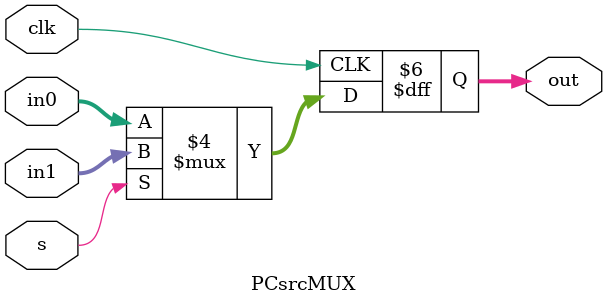
<source format=v>
`timescale 1ns / 1ps
module PCsrcMUX(in0, in1 , s, out, clk);
	input wire [31:0] in0,in1;
	input wire s, clk;
	output reg [31:0] out;
	
	always@(posedge clk)
	begin
		if(s == 0)
			out = in0;
		else
			out = in1;
	end
endmodule

</source>
